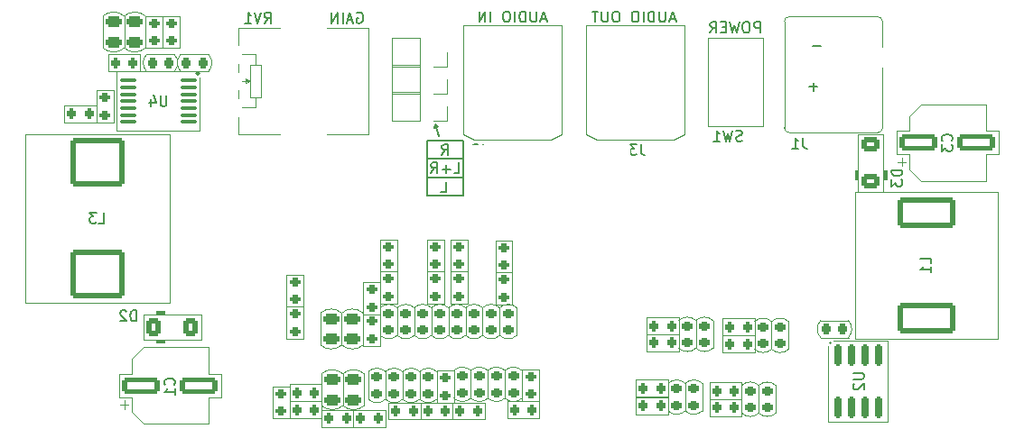
<source format=gbo>
G04 #@! TF.GenerationSoftware,KiCad,Pcbnew,7.0.9-69-ge1c0bddff3*
G04 #@! TF.CreationDate,2024-02-19T13:42:33+01:00*
G04 #@! TF.ProjectId,ASP_Backplane,4153505f-4261-4636-9b70-6c616e652e6b,B*
G04 #@! TF.SameCoordinates,Original*
G04 #@! TF.FileFunction,Legend,Bot*
G04 #@! TF.FilePolarity,Positive*
%FSLAX46Y46*%
G04 Gerber Fmt 4.6, Leading zero omitted, Abs format (unit mm)*
G04 Created by KiCad (PCBNEW 7.0.9-69-ge1c0bddff3) date 2024-02-19 13:42:33*
%MOMM*%
%LPD*%
G01*
G04 APERTURE LIST*
G04 Aperture macros list*
%AMRoundRect*
0 Rectangle with rounded corners*
0 $1 Rounding radius*
0 $2 $3 $4 $5 $6 $7 $8 $9 X,Y pos of 4 corners*
0 Add a 4 corners polygon primitive as box body*
4,1,4,$2,$3,$4,$5,$6,$7,$8,$9,$2,$3,0*
0 Add four circle primitives for the rounded corners*
1,1,$1+$1,$2,$3*
1,1,$1+$1,$4,$5*
1,1,$1+$1,$6,$7*
1,1,$1+$1,$8,$9*
0 Add four rect primitives between the rounded corners*
20,1,$1+$1,$2,$3,$4,$5,0*
20,1,$1+$1,$4,$5,$6,$7,0*
20,1,$1+$1,$6,$7,$8,$9,0*
20,1,$1+$1,$8,$9,$2,$3,0*%
G04 Aperture macros list end*
%ADD10C,0.150000*%
%ADD11C,0.120000*%
%ADD12C,0.200000*%
%ADD13C,0.100000*%
%ADD14C,0.300000*%
%ADD15RoundRect,0.250000X-0.475000X0.250000X-0.475000X-0.250000X0.475000X-0.250000X0.475000X0.250000X0*%
%ADD16C,3.200000*%
%ADD17O,4.000000X1.600000*%
%ADD18O,1.600000X4.000000*%
%ADD19RoundRect,0.250000X-1.500000X-0.550000X1.500000X-0.550000X1.500000X0.550000X-1.500000X0.550000X0*%
%ADD20R,1.700000X1.700000*%
%ADD21O,1.700000X1.700000*%
%ADD22RoundRect,0.225000X0.225000X0.250000X-0.225000X0.250000X-0.225000X-0.250000X0.225000X-0.250000X0*%
%ADD23O,1.800000X1.800000*%
%ADD24R,1.800000X1.800000*%
%ADD25RoundRect,0.150000X-0.150000X0.825000X-0.150000X-0.825000X0.150000X-0.825000X0.150000X0.825000X0*%
%ADD26RoundRect,0.200000X-0.200000X-0.275000X0.200000X-0.275000X0.200000X0.275000X-0.200000X0.275000X0*%
%ADD27RoundRect,0.225000X0.250000X-0.225000X0.250000X0.225000X-0.250000X0.225000X-0.250000X-0.225000X0*%
%ADD28RoundRect,0.200000X-0.275000X0.200000X-0.275000X-0.200000X0.275000X-0.200000X0.275000X0.200000X0*%
%ADD29RoundRect,0.225000X-0.250000X0.225000X-0.250000X-0.225000X0.250000X-0.225000X0.250000X0.225000X0*%
%ADD30RoundRect,0.250000X-0.400000X-0.600000X0.400000X-0.600000X0.400000X0.600000X-0.400000X0.600000X0*%
%ADD31O,1.600000X5.000000*%
%ADD32O,5.000000X1.600000*%
%ADD33RoundRect,0.200000X0.275000X-0.200000X0.275000X0.200000X-0.275000X0.200000X-0.275000X-0.200000X0*%
%ADD34RoundRect,0.200000X0.200000X0.275000X-0.200000X0.275000X-0.200000X-0.275000X0.200000X-0.275000X0*%
%ADD35RoundRect,0.250000X0.475000X-0.250000X0.475000X0.250000X-0.475000X0.250000X-0.475000X-0.250000X0*%
%ADD36RoundRect,0.100000X0.637500X0.100000X-0.637500X0.100000X-0.637500X-0.100000X0.637500X-0.100000X0*%
%ADD37C,4.000000*%
%ADD38C,1.800000*%
%ADD39RoundRect,0.250000X0.600000X-0.400000X0.600000X0.400000X-0.600000X0.400000X-0.600000X-0.400000X0*%
%ADD40O,3.000000X2.000000*%
%ADD41RoundRect,0.250000X2.450000X-1.200000X2.450000X1.200000X-2.450000X1.200000X-2.450000X-1.200000X0*%
%ADD42RoundRect,0.250000X2.250000X-2.000000X2.250000X2.000000X-2.250000X2.000000X-2.250000X-2.000000X0*%
G04 APERTURE END LIST*
D10*
X83700000Y-137200000D02*
X83900000Y-137400000D01*
X83700000Y-137200000D02*
X83600000Y-137500000D01*
X84000000Y-138300000D02*
X83700000Y-137200000D01*
X82900000Y-138700000D02*
X86300000Y-138700000D01*
X86300000Y-143900000D01*
X82900000Y-143900000D01*
X82900000Y-138700000D01*
X82900000Y-140400000D02*
X86300000Y-140400000D01*
X86300000Y-142200000D02*
X82900000Y-142200000D01*
X84290476Y-140054819D02*
X84623809Y-139578628D01*
X84861904Y-140054819D02*
X84861904Y-139054819D01*
X84861904Y-139054819D02*
X84480952Y-139054819D01*
X84480952Y-139054819D02*
X84385714Y-139102438D01*
X84385714Y-139102438D02*
X84338095Y-139150057D01*
X84338095Y-139150057D02*
X84290476Y-139245295D01*
X84290476Y-139245295D02*
X84290476Y-139388152D01*
X84290476Y-139388152D02*
X84338095Y-139483390D01*
X84338095Y-139483390D02*
X84385714Y-139531009D01*
X84385714Y-139531009D02*
X84480952Y-139578628D01*
X84480952Y-139578628D02*
X84861904Y-139578628D01*
X85409523Y-141754819D02*
X85885713Y-141754819D01*
X85885713Y-141754819D02*
X85885713Y-140754819D01*
X85076189Y-141373866D02*
X84314285Y-141373866D01*
X84695237Y-141754819D02*
X84695237Y-140992914D01*
X83266666Y-141754819D02*
X83599999Y-141278628D01*
X83838094Y-141754819D02*
X83838094Y-140754819D01*
X83838094Y-140754819D02*
X83457142Y-140754819D01*
X83457142Y-140754819D02*
X83361904Y-140802438D01*
X83361904Y-140802438D02*
X83314285Y-140850057D01*
X83314285Y-140850057D02*
X83266666Y-140945295D01*
X83266666Y-140945295D02*
X83266666Y-141088152D01*
X83266666Y-141088152D02*
X83314285Y-141183390D01*
X83314285Y-141183390D02*
X83361904Y-141231009D01*
X83361904Y-141231009D02*
X83457142Y-141278628D01*
X83457142Y-141278628D02*
X83838094Y-141278628D01*
X106133332Y-127269104D02*
X105657142Y-127269104D01*
X106228570Y-127554819D02*
X105895237Y-126554819D01*
X105895237Y-126554819D02*
X105561904Y-127554819D01*
X105228570Y-126554819D02*
X105228570Y-127364342D01*
X105228570Y-127364342D02*
X105180951Y-127459580D01*
X105180951Y-127459580D02*
X105133332Y-127507200D01*
X105133332Y-127507200D02*
X105038094Y-127554819D01*
X105038094Y-127554819D02*
X104847618Y-127554819D01*
X104847618Y-127554819D02*
X104752380Y-127507200D01*
X104752380Y-127507200D02*
X104704761Y-127459580D01*
X104704761Y-127459580D02*
X104657142Y-127364342D01*
X104657142Y-127364342D02*
X104657142Y-126554819D01*
X104180951Y-127554819D02*
X104180951Y-126554819D01*
X104180951Y-126554819D02*
X103942856Y-126554819D01*
X103942856Y-126554819D02*
X103799999Y-126602438D01*
X103799999Y-126602438D02*
X103704761Y-126697676D01*
X103704761Y-126697676D02*
X103657142Y-126792914D01*
X103657142Y-126792914D02*
X103609523Y-126983390D01*
X103609523Y-126983390D02*
X103609523Y-127126247D01*
X103609523Y-127126247D02*
X103657142Y-127316723D01*
X103657142Y-127316723D02*
X103704761Y-127411961D01*
X103704761Y-127411961D02*
X103799999Y-127507200D01*
X103799999Y-127507200D02*
X103942856Y-127554819D01*
X103942856Y-127554819D02*
X104180951Y-127554819D01*
X103180951Y-127554819D02*
X103180951Y-126554819D01*
X102514285Y-126554819D02*
X102323809Y-126554819D01*
X102323809Y-126554819D02*
X102228571Y-126602438D01*
X102228571Y-126602438D02*
X102133333Y-126697676D01*
X102133333Y-126697676D02*
X102085714Y-126888152D01*
X102085714Y-126888152D02*
X102085714Y-127221485D01*
X102085714Y-127221485D02*
X102133333Y-127411961D01*
X102133333Y-127411961D02*
X102228571Y-127507200D01*
X102228571Y-127507200D02*
X102323809Y-127554819D01*
X102323809Y-127554819D02*
X102514285Y-127554819D01*
X102514285Y-127554819D02*
X102609523Y-127507200D01*
X102609523Y-127507200D02*
X102704761Y-127411961D01*
X102704761Y-127411961D02*
X102752380Y-127221485D01*
X102752380Y-127221485D02*
X102752380Y-126888152D01*
X102752380Y-126888152D02*
X102704761Y-126697676D01*
X102704761Y-126697676D02*
X102609523Y-126602438D01*
X102609523Y-126602438D02*
X102514285Y-126554819D01*
X100704761Y-126554819D02*
X100514285Y-126554819D01*
X100514285Y-126554819D02*
X100419047Y-126602438D01*
X100419047Y-126602438D02*
X100323809Y-126697676D01*
X100323809Y-126697676D02*
X100276190Y-126888152D01*
X100276190Y-126888152D02*
X100276190Y-127221485D01*
X100276190Y-127221485D02*
X100323809Y-127411961D01*
X100323809Y-127411961D02*
X100419047Y-127507200D01*
X100419047Y-127507200D02*
X100514285Y-127554819D01*
X100514285Y-127554819D02*
X100704761Y-127554819D01*
X100704761Y-127554819D02*
X100799999Y-127507200D01*
X100799999Y-127507200D02*
X100895237Y-127411961D01*
X100895237Y-127411961D02*
X100942856Y-127221485D01*
X100942856Y-127221485D02*
X100942856Y-126888152D01*
X100942856Y-126888152D02*
X100895237Y-126697676D01*
X100895237Y-126697676D02*
X100799999Y-126602438D01*
X100799999Y-126602438D02*
X100704761Y-126554819D01*
X99847618Y-126554819D02*
X99847618Y-127364342D01*
X99847618Y-127364342D02*
X99799999Y-127459580D01*
X99799999Y-127459580D02*
X99752380Y-127507200D01*
X99752380Y-127507200D02*
X99657142Y-127554819D01*
X99657142Y-127554819D02*
X99466666Y-127554819D01*
X99466666Y-127554819D02*
X99371428Y-127507200D01*
X99371428Y-127507200D02*
X99323809Y-127459580D01*
X99323809Y-127459580D02*
X99276190Y-127364342D01*
X99276190Y-127364342D02*
X99276190Y-126554819D01*
X98942856Y-126554819D02*
X98371428Y-126554819D01*
X98657142Y-127554819D02*
X98657142Y-126554819D01*
X114109523Y-128554819D02*
X114109523Y-127554819D01*
X114109523Y-127554819D02*
X113728571Y-127554819D01*
X113728571Y-127554819D02*
X113633333Y-127602438D01*
X113633333Y-127602438D02*
X113585714Y-127650057D01*
X113585714Y-127650057D02*
X113538095Y-127745295D01*
X113538095Y-127745295D02*
X113538095Y-127888152D01*
X113538095Y-127888152D02*
X113585714Y-127983390D01*
X113585714Y-127983390D02*
X113633333Y-128031009D01*
X113633333Y-128031009D02*
X113728571Y-128078628D01*
X113728571Y-128078628D02*
X114109523Y-128078628D01*
X112919047Y-127554819D02*
X112728571Y-127554819D01*
X112728571Y-127554819D02*
X112633333Y-127602438D01*
X112633333Y-127602438D02*
X112538095Y-127697676D01*
X112538095Y-127697676D02*
X112490476Y-127888152D01*
X112490476Y-127888152D02*
X112490476Y-128221485D01*
X112490476Y-128221485D02*
X112538095Y-128411961D01*
X112538095Y-128411961D02*
X112633333Y-128507200D01*
X112633333Y-128507200D02*
X112728571Y-128554819D01*
X112728571Y-128554819D02*
X112919047Y-128554819D01*
X112919047Y-128554819D02*
X113014285Y-128507200D01*
X113014285Y-128507200D02*
X113109523Y-128411961D01*
X113109523Y-128411961D02*
X113157142Y-128221485D01*
X113157142Y-128221485D02*
X113157142Y-127888152D01*
X113157142Y-127888152D02*
X113109523Y-127697676D01*
X113109523Y-127697676D02*
X113014285Y-127602438D01*
X113014285Y-127602438D02*
X112919047Y-127554819D01*
X112157142Y-127554819D02*
X111919047Y-128554819D01*
X111919047Y-128554819D02*
X111728571Y-127840533D01*
X111728571Y-127840533D02*
X111538095Y-128554819D01*
X111538095Y-128554819D02*
X111300000Y-127554819D01*
X110919047Y-128031009D02*
X110585714Y-128031009D01*
X110442857Y-128554819D02*
X110919047Y-128554819D01*
X110919047Y-128554819D02*
X110919047Y-127554819D01*
X110919047Y-127554819D02*
X110442857Y-127554819D01*
X109442857Y-128554819D02*
X109776190Y-128078628D01*
X110014285Y-128554819D02*
X110014285Y-127554819D01*
X110014285Y-127554819D02*
X109633333Y-127554819D01*
X109633333Y-127554819D02*
X109538095Y-127602438D01*
X109538095Y-127602438D02*
X109490476Y-127650057D01*
X109490476Y-127650057D02*
X109442857Y-127745295D01*
X109442857Y-127745295D02*
X109442857Y-127888152D01*
X109442857Y-127888152D02*
X109490476Y-127983390D01*
X109490476Y-127983390D02*
X109538095Y-128031009D01*
X109538095Y-128031009D02*
X109633333Y-128078628D01*
X109633333Y-128078628D02*
X110014285Y-128078628D01*
X84190476Y-143554819D02*
X84666666Y-143554819D01*
X84666666Y-143554819D02*
X84666666Y-142554819D01*
X76328571Y-126702438D02*
X76423809Y-126654819D01*
X76423809Y-126654819D02*
X76566666Y-126654819D01*
X76566666Y-126654819D02*
X76709523Y-126702438D01*
X76709523Y-126702438D02*
X76804761Y-126797676D01*
X76804761Y-126797676D02*
X76852380Y-126892914D01*
X76852380Y-126892914D02*
X76899999Y-127083390D01*
X76899999Y-127083390D02*
X76899999Y-127226247D01*
X76899999Y-127226247D02*
X76852380Y-127416723D01*
X76852380Y-127416723D02*
X76804761Y-127511961D01*
X76804761Y-127511961D02*
X76709523Y-127607200D01*
X76709523Y-127607200D02*
X76566666Y-127654819D01*
X76566666Y-127654819D02*
X76471428Y-127654819D01*
X76471428Y-127654819D02*
X76328571Y-127607200D01*
X76328571Y-127607200D02*
X76280952Y-127559580D01*
X76280952Y-127559580D02*
X76280952Y-127226247D01*
X76280952Y-127226247D02*
X76471428Y-127226247D01*
X75899999Y-127369104D02*
X75423809Y-127369104D01*
X75995237Y-127654819D02*
X75661904Y-126654819D01*
X75661904Y-126654819D02*
X75328571Y-127654819D01*
X74995237Y-127654819D02*
X74995237Y-126654819D01*
X74519047Y-127654819D02*
X74519047Y-126654819D01*
X74519047Y-126654819D02*
X73947619Y-127654819D01*
X73947619Y-127654819D02*
X73947619Y-126654819D01*
X94066665Y-127269104D02*
X93590475Y-127269104D01*
X94161903Y-127554819D02*
X93828570Y-126554819D01*
X93828570Y-126554819D02*
X93495237Y-127554819D01*
X93161903Y-126554819D02*
X93161903Y-127364342D01*
X93161903Y-127364342D02*
X93114284Y-127459580D01*
X93114284Y-127459580D02*
X93066665Y-127507200D01*
X93066665Y-127507200D02*
X92971427Y-127554819D01*
X92971427Y-127554819D02*
X92780951Y-127554819D01*
X92780951Y-127554819D02*
X92685713Y-127507200D01*
X92685713Y-127507200D02*
X92638094Y-127459580D01*
X92638094Y-127459580D02*
X92590475Y-127364342D01*
X92590475Y-127364342D02*
X92590475Y-126554819D01*
X92114284Y-127554819D02*
X92114284Y-126554819D01*
X92114284Y-126554819D02*
X91876189Y-126554819D01*
X91876189Y-126554819D02*
X91733332Y-126602438D01*
X91733332Y-126602438D02*
X91638094Y-126697676D01*
X91638094Y-126697676D02*
X91590475Y-126792914D01*
X91590475Y-126792914D02*
X91542856Y-126983390D01*
X91542856Y-126983390D02*
X91542856Y-127126247D01*
X91542856Y-127126247D02*
X91590475Y-127316723D01*
X91590475Y-127316723D02*
X91638094Y-127411961D01*
X91638094Y-127411961D02*
X91733332Y-127507200D01*
X91733332Y-127507200D02*
X91876189Y-127554819D01*
X91876189Y-127554819D02*
X92114284Y-127554819D01*
X91114284Y-127554819D02*
X91114284Y-126554819D01*
X90447618Y-126554819D02*
X90257142Y-126554819D01*
X90257142Y-126554819D02*
X90161904Y-126602438D01*
X90161904Y-126602438D02*
X90066666Y-126697676D01*
X90066666Y-126697676D02*
X90019047Y-126888152D01*
X90019047Y-126888152D02*
X90019047Y-127221485D01*
X90019047Y-127221485D02*
X90066666Y-127411961D01*
X90066666Y-127411961D02*
X90161904Y-127507200D01*
X90161904Y-127507200D02*
X90257142Y-127554819D01*
X90257142Y-127554819D02*
X90447618Y-127554819D01*
X90447618Y-127554819D02*
X90542856Y-127507200D01*
X90542856Y-127507200D02*
X90638094Y-127411961D01*
X90638094Y-127411961D02*
X90685713Y-127221485D01*
X90685713Y-127221485D02*
X90685713Y-126888152D01*
X90685713Y-126888152D02*
X90638094Y-126697676D01*
X90638094Y-126697676D02*
X90542856Y-126602438D01*
X90542856Y-126602438D02*
X90447618Y-126554819D01*
X88828570Y-127554819D02*
X88828570Y-126554819D01*
X88352380Y-127554819D02*
X88352380Y-126554819D01*
X88352380Y-126554819D02*
X87780952Y-127554819D01*
X87780952Y-127554819D02*
X87780952Y-126554819D01*
X102933333Y-139054819D02*
X102933333Y-139769104D01*
X102933333Y-139769104D02*
X102980952Y-139911961D01*
X102980952Y-139911961D02*
X103076190Y-140007200D01*
X103076190Y-140007200D02*
X103219047Y-140054819D01*
X103219047Y-140054819D02*
X103314285Y-140054819D01*
X102552380Y-139054819D02*
X101933333Y-139054819D01*
X101933333Y-139054819D02*
X102266666Y-139435771D01*
X102266666Y-139435771D02*
X102123809Y-139435771D01*
X102123809Y-139435771D02*
X102028571Y-139483390D01*
X102028571Y-139483390D02*
X101980952Y-139531009D01*
X101980952Y-139531009D02*
X101933333Y-139626247D01*
X101933333Y-139626247D02*
X101933333Y-139864342D01*
X101933333Y-139864342D02*
X101980952Y-139959580D01*
X101980952Y-139959580D02*
X102028571Y-140007200D01*
X102028571Y-140007200D02*
X102123809Y-140054819D01*
X102123809Y-140054819D02*
X102409523Y-140054819D01*
X102409523Y-140054819D02*
X102504761Y-140007200D01*
X102504761Y-140007200D02*
X102552380Y-139959580D01*
X88133333Y-139054819D02*
X88133333Y-139769104D01*
X88133333Y-139769104D02*
X88180952Y-139911961D01*
X88180952Y-139911961D02*
X88276190Y-140007200D01*
X88276190Y-140007200D02*
X88419047Y-140054819D01*
X88419047Y-140054819D02*
X88514285Y-140054819D01*
X87704761Y-139150057D02*
X87657142Y-139102438D01*
X87657142Y-139102438D02*
X87561904Y-139054819D01*
X87561904Y-139054819D02*
X87323809Y-139054819D01*
X87323809Y-139054819D02*
X87228571Y-139102438D01*
X87228571Y-139102438D02*
X87180952Y-139150057D01*
X87180952Y-139150057D02*
X87133333Y-139245295D01*
X87133333Y-139245295D02*
X87133333Y-139340533D01*
X87133333Y-139340533D02*
X87180952Y-139483390D01*
X87180952Y-139483390D02*
X87752380Y-140054819D01*
X87752380Y-140054819D02*
X87133333Y-140054819D01*
X132059580Y-138733333D02*
X132107200Y-138685714D01*
X132107200Y-138685714D02*
X132154819Y-138542857D01*
X132154819Y-138542857D02*
X132154819Y-138447619D01*
X132154819Y-138447619D02*
X132107200Y-138304762D01*
X132107200Y-138304762D02*
X132011961Y-138209524D01*
X132011961Y-138209524D02*
X131916723Y-138161905D01*
X131916723Y-138161905D02*
X131726247Y-138114286D01*
X131726247Y-138114286D02*
X131583390Y-138114286D01*
X131583390Y-138114286D02*
X131392914Y-138161905D01*
X131392914Y-138161905D02*
X131297676Y-138209524D01*
X131297676Y-138209524D02*
X131202438Y-138304762D01*
X131202438Y-138304762D02*
X131154819Y-138447619D01*
X131154819Y-138447619D02*
X131154819Y-138542857D01*
X131154819Y-138542857D02*
X131202438Y-138685714D01*
X131202438Y-138685714D02*
X131250057Y-138733333D01*
X131154819Y-139066667D02*
X131154819Y-139685714D01*
X131154819Y-139685714D02*
X131535771Y-139352381D01*
X131535771Y-139352381D02*
X131535771Y-139495238D01*
X131535771Y-139495238D02*
X131583390Y-139590476D01*
X131583390Y-139590476D02*
X131631009Y-139638095D01*
X131631009Y-139638095D02*
X131726247Y-139685714D01*
X131726247Y-139685714D02*
X131964342Y-139685714D01*
X131964342Y-139685714D02*
X132059580Y-139638095D01*
X132059580Y-139638095D02*
X132107200Y-139590476D01*
X132107200Y-139590476D02*
X132154819Y-139495238D01*
X132154819Y-139495238D02*
X132154819Y-139209524D01*
X132154819Y-139209524D02*
X132107200Y-139114286D01*
X132107200Y-139114286D02*
X132059580Y-139066667D01*
X122854819Y-160538095D02*
X123664342Y-160538095D01*
X123664342Y-160538095D02*
X123759580Y-160585714D01*
X123759580Y-160585714D02*
X123807200Y-160633333D01*
X123807200Y-160633333D02*
X123854819Y-160728571D01*
X123854819Y-160728571D02*
X123854819Y-160919047D01*
X123854819Y-160919047D02*
X123807200Y-161014285D01*
X123807200Y-161014285D02*
X123759580Y-161061904D01*
X123759580Y-161061904D02*
X123664342Y-161109523D01*
X123664342Y-161109523D02*
X122854819Y-161109523D01*
X122950057Y-161538095D02*
X122902438Y-161585714D01*
X122902438Y-161585714D02*
X122854819Y-161680952D01*
X122854819Y-161680952D02*
X122854819Y-161919047D01*
X122854819Y-161919047D02*
X122902438Y-162014285D01*
X122902438Y-162014285D02*
X122950057Y-162061904D01*
X122950057Y-162061904D02*
X123045295Y-162109523D01*
X123045295Y-162109523D02*
X123140533Y-162109523D01*
X123140533Y-162109523D02*
X123283390Y-162061904D01*
X123283390Y-162061904D02*
X123854819Y-161490476D01*
X123854819Y-161490476D02*
X123854819Y-162109523D01*
X55638094Y-155654819D02*
X55638094Y-154654819D01*
X55638094Y-154654819D02*
X55399999Y-154654819D01*
X55399999Y-154654819D02*
X55257142Y-154702438D01*
X55257142Y-154702438D02*
X55161904Y-154797676D01*
X55161904Y-154797676D02*
X55114285Y-154892914D01*
X55114285Y-154892914D02*
X55066666Y-155083390D01*
X55066666Y-155083390D02*
X55066666Y-155226247D01*
X55066666Y-155226247D02*
X55114285Y-155416723D01*
X55114285Y-155416723D02*
X55161904Y-155511961D01*
X55161904Y-155511961D02*
X55257142Y-155607200D01*
X55257142Y-155607200D02*
X55399999Y-155654819D01*
X55399999Y-155654819D02*
X55638094Y-155654819D01*
X54685713Y-154750057D02*
X54638094Y-154702438D01*
X54638094Y-154702438D02*
X54542856Y-154654819D01*
X54542856Y-154654819D02*
X54304761Y-154654819D01*
X54304761Y-154654819D02*
X54209523Y-154702438D01*
X54209523Y-154702438D02*
X54161904Y-154750057D01*
X54161904Y-154750057D02*
X54114285Y-154845295D01*
X54114285Y-154845295D02*
X54114285Y-154940533D01*
X54114285Y-154940533D02*
X54161904Y-155083390D01*
X54161904Y-155083390D02*
X54733332Y-155654819D01*
X54733332Y-155654819D02*
X54114285Y-155654819D01*
X118133333Y-138454819D02*
X118133333Y-139169104D01*
X118133333Y-139169104D02*
X118180952Y-139311961D01*
X118180952Y-139311961D02*
X118276190Y-139407200D01*
X118276190Y-139407200D02*
X118419047Y-139454819D01*
X118419047Y-139454819D02*
X118514285Y-139454819D01*
X117133333Y-139454819D02*
X117704761Y-139454819D01*
X117419047Y-139454819D02*
X117419047Y-138454819D01*
X117419047Y-138454819D02*
X117514285Y-138597676D01*
X117514285Y-138597676D02*
X117609523Y-138692914D01*
X117609523Y-138692914D02*
X117704761Y-138740533D01*
X119019048Y-129826133D02*
X119780953Y-129826133D01*
X118719048Y-133626133D02*
X119480953Y-133626133D01*
X119100000Y-133245180D02*
X119100000Y-134007085D01*
X58461904Y-134454819D02*
X58461904Y-135264342D01*
X58461904Y-135264342D02*
X58414285Y-135359580D01*
X58414285Y-135359580D02*
X58366666Y-135407200D01*
X58366666Y-135407200D02*
X58271428Y-135454819D01*
X58271428Y-135454819D02*
X58080952Y-135454819D01*
X58080952Y-135454819D02*
X57985714Y-135407200D01*
X57985714Y-135407200D02*
X57938095Y-135359580D01*
X57938095Y-135359580D02*
X57890476Y-135264342D01*
X57890476Y-135264342D02*
X57890476Y-134454819D01*
X56985714Y-134788152D02*
X56985714Y-135454819D01*
X57223809Y-134407200D02*
X57461904Y-135121485D01*
X57461904Y-135121485D02*
X56842857Y-135121485D01*
X67645238Y-127654819D02*
X67978571Y-127178628D01*
X68216666Y-127654819D02*
X68216666Y-126654819D01*
X68216666Y-126654819D02*
X67835714Y-126654819D01*
X67835714Y-126654819D02*
X67740476Y-126702438D01*
X67740476Y-126702438D02*
X67692857Y-126750057D01*
X67692857Y-126750057D02*
X67645238Y-126845295D01*
X67645238Y-126845295D02*
X67645238Y-126988152D01*
X67645238Y-126988152D02*
X67692857Y-127083390D01*
X67692857Y-127083390D02*
X67740476Y-127131009D01*
X67740476Y-127131009D02*
X67835714Y-127178628D01*
X67835714Y-127178628D02*
X68216666Y-127178628D01*
X67359523Y-126654819D02*
X67026190Y-127654819D01*
X67026190Y-127654819D02*
X66692857Y-126654819D01*
X65835714Y-127654819D02*
X66407142Y-127654819D01*
X66121428Y-127654819D02*
X66121428Y-126654819D01*
X66121428Y-126654819D02*
X66216666Y-126797676D01*
X66216666Y-126797676D02*
X66311904Y-126892914D01*
X66311904Y-126892914D02*
X66407142Y-126940533D01*
X127454819Y-141461905D02*
X126454819Y-141461905D01*
X126454819Y-141461905D02*
X126454819Y-141700000D01*
X126454819Y-141700000D02*
X126502438Y-141842857D01*
X126502438Y-141842857D02*
X126597676Y-141938095D01*
X126597676Y-141938095D02*
X126692914Y-141985714D01*
X126692914Y-141985714D02*
X126883390Y-142033333D01*
X126883390Y-142033333D02*
X127026247Y-142033333D01*
X127026247Y-142033333D02*
X127216723Y-141985714D01*
X127216723Y-141985714D02*
X127311961Y-141938095D01*
X127311961Y-141938095D02*
X127407200Y-141842857D01*
X127407200Y-141842857D02*
X127454819Y-141700000D01*
X127454819Y-141700000D02*
X127454819Y-141461905D01*
X126454819Y-142366667D02*
X126454819Y-142985714D01*
X126454819Y-142985714D02*
X126835771Y-142652381D01*
X126835771Y-142652381D02*
X126835771Y-142795238D01*
X126835771Y-142795238D02*
X126883390Y-142890476D01*
X126883390Y-142890476D02*
X126931009Y-142938095D01*
X126931009Y-142938095D02*
X127026247Y-142985714D01*
X127026247Y-142985714D02*
X127264342Y-142985714D01*
X127264342Y-142985714D02*
X127359580Y-142938095D01*
X127359580Y-142938095D02*
X127407200Y-142890476D01*
X127407200Y-142890476D02*
X127454819Y-142795238D01*
X127454819Y-142795238D02*
X127454819Y-142509524D01*
X127454819Y-142509524D02*
X127407200Y-142414286D01*
X127407200Y-142414286D02*
X127359580Y-142366667D01*
X112433332Y-138707200D02*
X112290475Y-138754819D01*
X112290475Y-138754819D02*
X112052380Y-138754819D01*
X112052380Y-138754819D02*
X111957142Y-138707200D01*
X111957142Y-138707200D02*
X111909523Y-138659580D01*
X111909523Y-138659580D02*
X111861904Y-138564342D01*
X111861904Y-138564342D02*
X111861904Y-138469104D01*
X111861904Y-138469104D02*
X111909523Y-138373866D01*
X111909523Y-138373866D02*
X111957142Y-138326247D01*
X111957142Y-138326247D02*
X112052380Y-138278628D01*
X112052380Y-138278628D02*
X112242856Y-138231009D01*
X112242856Y-138231009D02*
X112338094Y-138183390D01*
X112338094Y-138183390D02*
X112385713Y-138135771D01*
X112385713Y-138135771D02*
X112433332Y-138040533D01*
X112433332Y-138040533D02*
X112433332Y-137945295D01*
X112433332Y-137945295D02*
X112385713Y-137850057D01*
X112385713Y-137850057D02*
X112338094Y-137802438D01*
X112338094Y-137802438D02*
X112242856Y-137754819D01*
X112242856Y-137754819D02*
X112004761Y-137754819D01*
X112004761Y-137754819D02*
X111861904Y-137802438D01*
X111528570Y-137754819D02*
X111290475Y-138754819D01*
X111290475Y-138754819D02*
X111099999Y-138040533D01*
X111099999Y-138040533D02*
X110909523Y-138754819D01*
X110909523Y-138754819D02*
X110671428Y-137754819D01*
X109766666Y-138754819D02*
X110338094Y-138754819D01*
X110052380Y-138754819D02*
X110052380Y-137754819D01*
X110052380Y-137754819D02*
X110147618Y-137897676D01*
X110147618Y-137897676D02*
X110242856Y-137992914D01*
X110242856Y-137992914D02*
X110338094Y-138040533D01*
X130154819Y-150233333D02*
X130154819Y-149757143D01*
X130154819Y-149757143D02*
X129154819Y-149757143D01*
X130154819Y-151090476D02*
X130154819Y-150519048D01*
X130154819Y-150804762D02*
X129154819Y-150804762D01*
X129154819Y-150804762D02*
X129297676Y-150709524D01*
X129297676Y-150709524D02*
X129392914Y-150614286D01*
X129392914Y-150614286D02*
X129440533Y-150519048D01*
X52116666Y-146454819D02*
X52592856Y-146454819D01*
X52592856Y-146454819D02*
X52592856Y-145454819D01*
X51878570Y-145454819D02*
X51259523Y-145454819D01*
X51259523Y-145454819D02*
X51592856Y-145835771D01*
X51592856Y-145835771D02*
X51449999Y-145835771D01*
X51449999Y-145835771D02*
X51354761Y-145883390D01*
X51354761Y-145883390D02*
X51307142Y-145931009D01*
X51307142Y-145931009D02*
X51259523Y-146026247D01*
X51259523Y-146026247D02*
X51259523Y-146264342D01*
X51259523Y-146264342D02*
X51307142Y-146359580D01*
X51307142Y-146359580D02*
X51354761Y-146407200D01*
X51354761Y-146407200D02*
X51449999Y-146454819D01*
X51449999Y-146454819D02*
X51735713Y-146454819D01*
X51735713Y-146454819D02*
X51830951Y-146407200D01*
X51830951Y-146407200D02*
X51878570Y-146359580D01*
X59159580Y-161633333D02*
X59207200Y-161585714D01*
X59207200Y-161585714D02*
X59254819Y-161442857D01*
X59254819Y-161442857D02*
X59254819Y-161347619D01*
X59254819Y-161347619D02*
X59207200Y-161204762D01*
X59207200Y-161204762D02*
X59111961Y-161109524D01*
X59111961Y-161109524D02*
X59016723Y-161061905D01*
X59016723Y-161061905D02*
X58826247Y-161014286D01*
X58826247Y-161014286D02*
X58683390Y-161014286D01*
X58683390Y-161014286D02*
X58492914Y-161061905D01*
X58492914Y-161061905D02*
X58397676Y-161109524D01*
X58397676Y-161109524D02*
X58302438Y-161204762D01*
X58302438Y-161204762D02*
X58254819Y-161347619D01*
X58254819Y-161347619D02*
X58254819Y-161442857D01*
X58254819Y-161442857D02*
X58302438Y-161585714D01*
X58302438Y-161585714D02*
X58350057Y-161633333D01*
X59254819Y-162585714D02*
X59254819Y-162014286D01*
X59254819Y-162300000D02*
X58254819Y-162300000D01*
X58254819Y-162300000D02*
X58397676Y-162204762D01*
X58397676Y-162204762D02*
X58492914Y-162109524D01*
X58492914Y-162109524D02*
X58540533Y-162014286D01*
D11*
G04 #@! TO.C,C67*
X72900000Y-157900000D02*
X72900000Y-154900000D01*
X74900000Y-154900000D02*
X74900000Y-157900000D01*
X72900000Y-157900000D02*
G75*
G03*
X74900000Y-157900000I1000000J1122254D01*
G01*
X74900000Y-154900000D02*
G75*
G03*
X72900000Y-154900000I-1000000J-1122254D01*
G01*
G04 #@! TO.C,J3*
X106000000Y-138600000D02*
X98800000Y-138600000D01*
X107000000Y-138100000D02*
X106000000Y-138600000D01*
X98800000Y-138600000D02*
X97800000Y-138100000D01*
X97800000Y-127900000D02*
X107000000Y-127900000D01*
X107000000Y-127900000D02*
X107000000Y-138100000D01*
X97800000Y-138100000D02*
X97800000Y-127900000D01*
G04 #@! TO.C,J2*
X95500000Y-127900000D02*
X95500000Y-138100000D01*
X86300000Y-127900000D02*
X95500000Y-127900000D01*
X87300000Y-138600000D02*
X86300000Y-138100000D01*
X86300000Y-138100000D02*
X86300000Y-127900000D01*
X95500000Y-138100000D02*
X94500000Y-138600000D01*
X94500000Y-138600000D02*
X87300000Y-138600000D01*
G04 #@! TO.C,C3*
X126900000Y-140000000D02*
X126900000Y-137800000D01*
X135300000Y-135300000D02*
X135300000Y-137800000D01*
X135300000Y-137800000D02*
X136500000Y-137800000D01*
X136500000Y-140000000D02*
X135300000Y-140000000D01*
X129200000Y-135300000D02*
X135300000Y-135300000D01*
X127006250Y-140700000D02*
X127793750Y-140700000D01*
X128100000Y-136400000D02*
X129200000Y-135300000D01*
X135300000Y-142500000D02*
X129200000Y-142500000D01*
X129200000Y-142500000D02*
X128100000Y-141400000D01*
X136500000Y-137800000D02*
X136500000Y-140000000D01*
X135300000Y-140000000D02*
X135300000Y-142500000D01*
X126900000Y-137800000D02*
X128100000Y-137800000D01*
X127400000Y-141093750D02*
X127400000Y-140306250D01*
X128100000Y-140000000D02*
X126900000Y-140000000D01*
X128100000Y-137800000D02*
X128100000Y-136400000D01*
X128100000Y-141400000D02*
X128100000Y-140000000D01*
G04 #@! TO.C,C24*
X59800000Y-130599998D02*
X62400000Y-130600000D01*
X62400000Y-132200002D02*
X59800000Y-132200000D01*
X59800001Y-130599999D02*
G75*
G03*
X59800001Y-132199999I840223J-800000D01*
G01*
X62399999Y-132200001D02*
G75*
G03*
X62399999Y-130600001I-840223J800000D01*
G01*
D12*
G04 #@! TO.C,U2*
X120763500Y-157700000D02*
G75*
G03*
X120763500Y-157700000I-63500J0D01*
G01*
D11*
X126100000Y-165100000D02*
X120500000Y-165100000D01*
X121000000Y-157500000D02*
X126100000Y-157500000D01*
X120500000Y-165100000D02*
X120500000Y-158000000D01*
X126100000Y-157500000D02*
X126100000Y-165100000D01*
G04 #@! TO.C,R27*
X102500000Y-162800000D02*
X105500000Y-162800000D01*
X105500000Y-162800000D02*
X105500000Y-164400000D01*
X102500000Y-164400000D02*
X102500000Y-162800000D01*
X105500000Y-164400000D02*
X102500000Y-164400000D01*
G04 #@! TO.C,C43*
X91800002Y-160300000D02*
X91800000Y-162900000D01*
X90199998Y-162900000D02*
X90200000Y-160300000D01*
X91800001Y-160300001D02*
G75*
G03*
X90200001Y-160300001I-800000J-840223D01*
G01*
X90199999Y-162899999D02*
G75*
G03*
X91799999Y-162899999I800000J840223D01*
G01*
G04 #@! TO.C,R19*
X90900000Y-154100000D02*
X89300000Y-154100000D01*
X90900000Y-151100000D02*
X90900000Y-154100000D01*
X89300000Y-151100000D02*
X90900000Y-151100000D01*
X89300000Y-154100000D02*
X89300000Y-151100000D01*
G04 #@! TO.C,R16*
X112400000Y-163000000D02*
X109400000Y-163000000D01*
X109400000Y-161400000D02*
X112400000Y-161400000D01*
X112400000Y-161400000D02*
X112400000Y-163000000D01*
X109400000Y-163000000D02*
X109400000Y-161400000D01*
G04 #@! TO.C,C52*
X86500002Y-154400000D02*
X86500000Y-157000000D01*
X84899998Y-157000000D02*
X84900000Y-154400000D01*
X86500001Y-154400001D02*
G75*
G03*
X84900001Y-154400001I-800000J-840223D01*
G01*
X84899999Y-156999999D02*
G75*
G03*
X86499999Y-156999999I800000J840223D01*
G01*
G04 #@! TO.C,R17*
X105500000Y-162764166D02*
X102500000Y-162764166D01*
X102500000Y-162764166D02*
X102500000Y-161164166D01*
X102500000Y-161164166D02*
X105500000Y-161164166D01*
X105500000Y-161164166D02*
X105500000Y-162764166D01*
G04 #@! TO.C,R24*
X73000000Y-161600000D02*
X73000000Y-163200000D01*
X73000000Y-163200000D02*
X70000000Y-163200000D01*
X70000000Y-163200000D02*
X70000000Y-161600000D01*
X70000000Y-161600000D02*
X73000000Y-161600000D01*
G04 #@! TO.C,C62*
X88100002Y-154400000D02*
X88100000Y-157000000D01*
X86499998Y-157000000D02*
X86500000Y-154400000D01*
X86499999Y-156999999D02*
G75*
G03*
X88099999Y-156999999I800000J840223D01*
G01*
X88100001Y-154400001D02*
G75*
G03*
X86500001Y-154400001I-800000J-840223D01*
G01*
G04 #@! TO.C,D2*
X61700000Y-157400000D02*
X56300000Y-157400000D01*
X56300000Y-157400000D02*
X56300000Y-155000000D01*
X61700000Y-155000000D02*
X61700000Y-157400000D01*
X56300000Y-155000000D02*
X61700000Y-155000000D01*
D13*
X58300000Y-155000000D02*
X57500000Y-155000000D01*
X57500000Y-154700000D01*
X58300000Y-154700000D01*
X58300000Y-155000000D01*
G36*
X58300000Y-155000000D02*
G01*
X57500000Y-155000000D01*
X57500000Y-154700000D01*
X58300000Y-154700000D01*
X58300000Y-155000000D01*
G37*
X58300000Y-157700000D02*
X57500000Y-157700000D01*
X57500000Y-157400000D01*
X58300000Y-157400000D01*
X58300000Y-157700000D01*
G36*
X58300000Y-157700000D02*
G01*
X57500000Y-157700000D01*
X57500000Y-157400000D01*
X58300000Y-157400000D01*
X58300000Y-157700000D01*
G37*
D11*
G04 #@! TO.C,C35*
X78999998Y-163000000D02*
X79000000Y-160400000D01*
X80600002Y-160400000D02*
X80600000Y-163000000D01*
X78999999Y-162999999D02*
G75*
G03*
X80599999Y-162999999I800000J840223D01*
G01*
X80600001Y-160400001D02*
G75*
G03*
X79000001Y-160400001I-800000J-840223D01*
G01*
G04 #@! TO.C,R57*
X103500000Y-155300000D02*
X106500000Y-155300000D01*
X106500000Y-156900000D02*
X103500000Y-156900000D01*
X103500000Y-156900000D02*
X103500000Y-155300000D01*
X106500000Y-155300000D02*
X106500000Y-156900000D01*
G04 #@! TO.C,R63*
X69700000Y-154300000D02*
X69700000Y-151300000D01*
X69700000Y-151300000D02*
X71300000Y-151300000D01*
X71300000Y-151300000D02*
X71300000Y-154300000D01*
X71300000Y-154300000D02*
X69700000Y-154300000D01*
G04 #@! TO.C,R49*
X85100000Y-151000000D02*
X86700000Y-151000000D01*
X86700000Y-151000000D02*
X86700000Y-154000000D01*
X85100000Y-154000000D02*
X85100000Y-151000000D01*
X86700000Y-154000000D02*
X85100000Y-154000000D01*
G04 #@! TO.C,R55*
X51900000Y-134000000D02*
X53500000Y-134000000D01*
X53500000Y-134000000D02*
X53500000Y-137000000D01*
X51900000Y-137000000D02*
X51900000Y-134000000D01*
X53500000Y-137000000D02*
X51900000Y-137000000D01*
G04 #@! TO.C,C30*
X108700002Y-161500000D02*
X108700000Y-164100000D01*
X107099998Y-164100000D02*
X107100000Y-161500000D01*
X107099999Y-164099999D02*
G75*
G03*
X108699999Y-164099999I800000J840223D01*
G01*
X108700001Y-161500001D02*
G75*
G03*
X107100001Y-161500001I-800000J-840223D01*
G01*
G04 #@! TO.C,J1*
X125600000Y-127500000D02*
X125600000Y-129900000D01*
X116850000Y-137950000D02*
X125150000Y-137950000D01*
X116400000Y-127500000D02*
X116400000Y-137500000D01*
X125600000Y-137500000D02*
X125600000Y-131800000D01*
X125150000Y-127050000D02*
X116850000Y-127050000D01*
X125600000Y-127500000D02*
G75*
G03*
X125150000Y-127050000I-450000J0D01*
G01*
X116850000Y-127050000D02*
G75*
G03*
X116400000Y-127500000I0J-450000D01*
G01*
X116400000Y-137500000D02*
G75*
G03*
X116850000Y-137950000I450000J0D01*
G01*
X125150000Y-137950000D02*
G75*
G03*
X125600000Y-137500000I0J450000D01*
G01*
G04 #@! TO.C,R46*
X110600000Y-158600000D02*
X110600000Y-157000000D01*
X113600000Y-158600000D02*
X110600000Y-158600000D01*
X110600000Y-157000000D02*
X113600000Y-157000000D01*
X113600000Y-157000000D02*
X113600000Y-158600000D01*
G04 #@! TO.C,R35*
X58100000Y-127000000D02*
X58100000Y-130000000D01*
X56500000Y-130000000D02*
X56500000Y-127000000D01*
X56500000Y-127000000D02*
X58100000Y-127000000D01*
X58100000Y-130000000D02*
X56500000Y-130000000D01*
G04 #@! TO.C,R62*
X82300000Y-163300000D02*
X85300000Y-163300000D01*
X85300000Y-163300000D02*
X85300000Y-164900000D01*
X85300000Y-164900000D02*
X82300000Y-164900000D01*
X82300000Y-164900000D02*
X82300000Y-163300000D01*
G04 #@! TO.C,R30*
X93400000Y-164800000D02*
X90400000Y-164800000D01*
X93400000Y-163200000D02*
X93400000Y-164800000D01*
X90400000Y-164800000D02*
X90400000Y-163200000D01*
X90400000Y-163200000D02*
X93400000Y-163200000D01*
G04 #@! TO.C,C42*
X89699998Y-157000000D02*
X89700000Y-154400000D01*
X91300002Y-154400000D02*
X91300000Y-157000000D01*
X91300001Y-154400001D02*
G75*
G03*
X89700001Y-154400001I-800000J-840223D01*
G01*
X89699999Y-156999999D02*
G75*
G03*
X91299999Y-156999999I800000J840223D01*
G01*
G04 #@! TO.C,R45*
X56000000Y-132200000D02*
X53000000Y-132200000D01*
X53000000Y-132200000D02*
X53000000Y-130600000D01*
X56000000Y-130600000D02*
X56000000Y-132200000D01*
X53000000Y-130600000D02*
X56000000Y-130600000D01*
G04 #@! TO.C,R32*
X79000000Y-164000000D02*
X79000000Y-165600000D01*
X79000000Y-165600000D02*
X76000000Y-165600000D01*
X76000000Y-165600000D02*
X76000000Y-164000000D01*
X76000000Y-164000000D02*
X79000000Y-164000000D01*
G04 #@! TO.C,R53*
X71300000Y-154300000D02*
X71300000Y-157300000D01*
X69700000Y-154300000D02*
X71300000Y-154300000D01*
X71300000Y-157300000D02*
X69700000Y-157300000D01*
X69700000Y-157300000D02*
X69700000Y-154300000D01*
G04 #@! TO.C,R20*
X91800000Y-163200000D02*
X91800000Y-160200000D01*
X91800000Y-160200000D02*
X93400000Y-160200000D01*
X93400000Y-163200000D02*
X91800000Y-163200000D01*
X93400000Y-160200000D02*
X93400000Y-163200000D01*
G04 #@! TO.C,R34*
X70000000Y-164800000D02*
X70000000Y-163200000D01*
X73000000Y-164800000D02*
X70000000Y-164800000D01*
X73000000Y-163200000D02*
X73000000Y-164800000D01*
X70000000Y-163200000D02*
X73000000Y-163200000D01*
G04 #@! TO.C,R31*
X82900000Y-151000000D02*
X82900000Y-148000000D01*
X84500000Y-151000000D02*
X82900000Y-151000000D01*
X84500000Y-148000000D02*
X84500000Y-151000000D01*
X82900000Y-148000000D02*
X84500000Y-148000000D01*
G04 #@! TO.C,C37*
X75000000Y-160600000D02*
X75000000Y-163600000D01*
X73000000Y-163600000D02*
X73000000Y-160600000D01*
X73000000Y-163600000D02*
G75*
G03*
X75000000Y-163600000I1000000J1122254D01*
G01*
X75000000Y-160600000D02*
G75*
G03*
X73000000Y-160600000I-1000000J-1122254D01*
G01*
G04 #@! TO.C,U4*
X53800000Y-132200000D02*
X61000000Y-132200000D01*
X61600000Y-137800000D02*
X53800000Y-137800000D01*
X53800000Y-137800000D02*
X53800000Y-132200000D01*
X61600000Y-132800000D02*
X61600000Y-137800000D01*
D14*
X61463500Y-132400000D02*
G75*
G03*
X61463500Y-132400000I-63500J0D01*
G01*
D11*
G04 #@! TO.C,C54*
X78499998Y-157000000D02*
X78500000Y-154400000D01*
X80100002Y-154400000D02*
X80100000Y-157000000D01*
X80100001Y-154400001D02*
G75*
G03*
X78500001Y-154400001I-800000J-840223D01*
G01*
X78499999Y-156999999D02*
G75*
G03*
X80099999Y-156999999I800000J840223D01*
G01*
G04 #@! TO.C,C48*
X54500000Y-127000000D02*
X54500000Y-130000000D01*
X52500000Y-130000000D02*
X52500000Y-127000000D01*
X54500000Y-127000000D02*
G75*
G03*
X52500000Y-127000000I-1000000J-1122254D01*
G01*
X52500000Y-130000000D02*
G75*
G03*
X54500000Y-130000000I1000000J1122254D01*
G01*
G04 #@! TO.C,R26*
X109400000Y-163000000D02*
X112400000Y-163000000D01*
X109400000Y-164600000D02*
X109400000Y-163000000D01*
X112400000Y-163000000D02*
X112400000Y-164600000D01*
X112400000Y-164600000D02*
X109400000Y-164600000D01*
G04 #@! TO.C,R64*
X78500000Y-155000000D02*
X76900000Y-155000000D01*
X76900000Y-152000000D02*
X78500000Y-152000000D01*
X78500000Y-152000000D02*
X78500000Y-155000000D01*
X76900000Y-155000000D02*
X76900000Y-152000000D01*
G04 #@! TO.C,RV1*
X66800000Y-135600000D02*
X65550000Y-135600000D01*
X77420000Y-138121000D02*
X77420000Y-128080000D01*
X73484000Y-138121000D02*
X77420000Y-138121000D01*
X65180000Y-132229000D02*
X65180000Y-131470000D01*
X66800000Y-134600000D02*
X66800000Y-135600000D01*
X66800000Y-130600000D02*
X65550000Y-130600000D01*
X65180000Y-134729000D02*
X65180000Y-133970000D01*
X65180000Y-128080000D02*
X69117000Y-128080000D01*
X65180000Y-138121000D02*
X69117000Y-138121000D01*
X65180000Y-129730000D02*
X65180000Y-128080000D01*
X66300000Y-133100000D02*
X65550000Y-133100000D01*
X73484000Y-128080000D02*
X77420000Y-128080000D01*
X66800000Y-131600000D02*
X66800000Y-130600000D01*
X65180000Y-138121000D02*
X65180000Y-136471000D01*
X66300000Y-134600000D02*
X67300000Y-134600000D01*
X67300000Y-134600000D02*
X67300000Y-131600000D01*
X67300000Y-131600000D02*
X66300000Y-131600000D01*
X66300000Y-131600000D02*
X66300000Y-134600000D01*
X66300000Y-133100000D02*
X65925000Y-133300000D01*
X65925000Y-132900000D01*
X66300000Y-133100000D01*
G36*
X66300000Y-133100000D02*
G01*
X65925000Y-133300000D01*
X65925000Y-132900000D01*
X66300000Y-133100000D01*
G37*
G04 #@! TO.C,R29*
X89300000Y-151100000D02*
X89300000Y-148100000D01*
X90900000Y-151100000D02*
X89300000Y-151100000D01*
X89300000Y-148100000D02*
X90900000Y-148100000D01*
X90900000Y-148100000D02*
X90900000Y-151100000D01*
G04 #@! TO.C,D3*
X123300000Y-143500000D02*
X123300000Y-138100000D01*
X125700000Y-143500000D02*
X123300000Y-143500000D01*
X125700000Y-138100000D02*
X125700000Y-143500000D01*
X123300000Y-138100000D02*
X125700000Y-138100000D01*
D13*
X126000000Y-142300000D02*
X125700000Y-142300000D01*
X125700000Y-141500000D01*
X126000000Y-141500000D01*
X126000000Y-142300000D01*
G36*
X126000000Y-142300000D02*
G01*
X125700000Y-142300000D01*
X125700000Y-141500000D01*
X126000000Y-141500000D01*
X126000000Y-142300000D01*
G37*
X123300000Y-142300000D02*
X123000000Y-142300000D01*
X123000000Y-141500000D01*
X123300000Y-141500000D01*
X123300000Y-142300000D01*
G36*
X123300000Y-142300000D02*
G01*
X123000000Y-142300000D01*
X123000000Y-141500000D01*
X123300000Y-141500000D01*
X123300000Y-142300000D01*
G37*
D11*
G04 #@! TO.C,C5*
X122400000Y-157200002D02*
X119800000Y-157200000D01*
X119800000Y-155599998D02*
X122400000Y-155600000D01*
X122399999Y-157200001D02*
G75*
G03*
X122399999Y-155600001I-840223J800000D01*
G01*
X119800001Y-155599999D02*
G75*
G03*
X119800001Y-157199999I840223J-800000D01*
G01*
G04 #@! TO.C,C25*
X56600000Y-130599998D02*
X59200000Y-130600000D01*
X59200000Y-132200002D02*
X56600000Y-132200000D01*
X59199999Y-132200001D02*
G75*
G03*
X59199999Y-130600001I-840223J800000D01*
G01*
X56600001Y-130599999D02*
G75*
G03*
X56600001Y-132199999I840223J-800000D01*
G01*
G04 #@! TO.C,R51*
X78500000Y-154000000D02*
X78500000Y-151000000D01*
X80100000Y-154000000D02*
X78500000Y-154000000D01*
X78500000Y-151000000D02*
X80100000Y-151000000D01*
X80100000Y-151000000D02*
X80100000Y-154000000D01*
G04 #@! TO.C,C50*
X108100002Y-155600000D02*
X108100000Y-158200000D01*
X106499998Y-158200000D02*
X106500000Y-155600000D01*
X108100001Y-155600001D02*
G75*
G03*
X106500001Y-155600001I-800000J-840223D01*
G01*
X106499999Y-158199999D02*
G75*
G03*
X108099999Y-158199999I800000J840223D01*
G01*
G04 #@! TO.C,C38*
X56500000Y-127000000D02*
X56500000Y-130000000D01*
X54500000Y-130000000D02*
X54500000Y-127000000D01*
X54500000Y-130000000D02*
G75*
G03*
X56500000Y-130000000I1000000J1122254D01*
G01*
X56500000Y-127000000D02*
G75*
G03*
X54500000Y-127000000I-1000000J-1122254D01*
G01*
G04 #@! TO.C,R47*
X106500000Y-156900000D02*
X106500000Y-158500000D01*
X103500000Y-158500000D02*
X103500000Y-156900000D01*
X106500000Y-158500000D02*
X103500000Y-158500000D01*
X103500000Y-156900000D02*
X106500000Y-156900000D01*
G04 #@! TO.C,C65*
X80599998Y-163000000D02*
X80600000Y-160400000D01*
X82200002Y-160400000D02*
X82200000Y-163000000D01*
X82200001Y-160400001D02*
G75*
G03*
X80600001Y-160400001I-800000J-840223D01*
G01*
X80599999Y-162999999D02*
G75*
G03*
X82199999Y-162999999I800000J840223D01*
G01*
G04 #@! TO.C,JP3*
X84805000Y-134290000D02*
X84805000Y-132960000D01*
X82205000Y-131630000D02*
X79605000Y-131630000D01*
X79605000Y-134290000D02*
X79605000Y-131630000D01*
X82205000Y-134290000D02*
X79605000Y-134290000D01*
X83475000Y-134290000D02*
X84805000Y-134290000D01*
X82205000Y-134290000D02*
X82205000Y-131630000D01*
G04 #@! TO.C,R25*
X59700000Y-127000000D02*
X59700000Y-130000000D01*
X58100000Y-127000000D02*
X59700000Y-127000000D01*
X58100000Y-130000000D02*
X58100000Y-127000000D01*
X59700000Y-130000000D02*
X58100000Y-130000000D01*
G04 #@! TO.C,R22*
X73000000Y-164000000D02*
X76000000Y-164000000D01*
X76000000Y-164000000D02*
X76000000Y-165600000D01*
X73000000Y-165600000D02*
X73000000Y-164000000D01*
X76000000Y-165600000D02*
X73000000Y-165600000D01*
G04 #@! TO.C,C33*
X90200002Y-160300000D02*
X90200000Y-162900000D01*
X88599998Y-162900000D02*
X88600000Y-160300000D01*
X90200001Y-160300001D02*
G75*
G03*
X88600001Y-160300001I-800000J-840223D01*
G01*
X88599999Y-162899999D02*
G75*
G03*
X90199999Y-162899999I800000J840223D01*
G01*
G04 #@! TO.C,C47*
X75000000Y-163600000D02*
X75000000Y-160600000D01*
X77000000Y-160600000D02*
X77000000Y-163600000D01*
X77000000Y-160600000D02*
G75*
G03*
X75000000Y-160600000I-1000000J-1122254D01*
G01*
X75000000Y-163600000D02*
G75*
G03*
X77000000Y-163600000I1000000J1122254D01*
G01*
G04 #@! TO.C,C39*
X114000002Y-161700000D02*
X114000000Y-164300000D01*
X112399998Y-164300000D02*
X112400000Y-161700000D01*
X112399999Y-164299999D02*
G75*
G03*
X113999999Y-164299999I800000J840223D01*
G01*
X114000001Y-161700001D02*
G75*
G03*
X112400001Y-161700001I-800000J-840223D01*
G01*
G04 #@! TO.C,R52*
X79300000Y-164900000D02*
X79300000Y-163300000D01*
X82300000Y-164900000D02*
X79300000Y-164900000D01*
X82300000Y-163300000D02*
X82300000Y-164900000D01*
X79300000Y-163300000D02*
X82300000Y-163300000D01*
G04 #@! TO.C,C59*
X116800002Y-155700000D02*
X116800000Y-158300000D01*
X115199998Y-158300000D02*
X115200000Y-155700000D01*
X115199999Y-158299999D02*
G75*
G03*
X116799999Y-158299999I800000J840223D01*
G01*
X116800001Y-155700001D02*
G75*
G03*
X115200001Y-155700001I-800000J-840223D01*
G01*
G04 #@! TO.C,C49*
X115200002Y-155700000D02*
X115200000Y-158300000D01*
X113599998Y-158300000D02*
X113600000Y-155700000D01*
X115200001Y-155700001D02*
G75*
G03*
X113600001Y-155700001I-800000J-840223D01*
G01*
X113599999Y-158299999D02*
G75*
G03*
X115199999Y-158299999I800000J840223D01*
G01*
G04 #@! TO.C,R54*
X78500000Y-155000000D02*
X78500000Y-158000000D01*
X76900000Y-158000000D02*
X76900000Y-155000000D01*
X76900000Y-155000000D02*
X78500000Y-155000000D01*
X78500000Y-158000000D02*
X76900000Y-158000000D01*
G04 #@! TO.C,SW1*
X114403500Y-129072500D02*
X109196500Y-129072500D01*
X109196500Y-129072500D02*
X109196500Y-137327500D01*
X109196500Y-137327500D02*
X114403500Y-137327500D01*
X114403500Y-137327500D02*
X114403500Y-129072500D01*
G04 #@! TO.C,C34*
X81699998Y-157000000D02*
X81700000Y-154400000D01*
X83300002Y-154400000D02*
X83300000Y-157000000D01*
X83300001Y-154400001D02*
G75*
G03*
X81700001Y-154400001I-800000J-840223D01*
G01*
X81699999Y-156999999D02*
G75*
G03*
X83299999Y-156999999I800000J840223D01*
G01*
G04 #@! TO.C,C32*
X89700002Y-154400000D02*
X89700000Y-157000000D01*
X88099998Y-157000000D02*
X88100000Y-154400000D01*
X89700001Y-154400001D02*
G75*
G03*
X88100001Y-154400001I-800000J-840223D01*
G01*
X88099999Y-156999999D02*
G75*
G03*
X89699999Y-156999999I800000J840223D01*
G01*
G04 #@! TO.C,C55*
X82199998Y-163000000D02*
X82200000Y-160400000D01*
X83800002Y-160400000D02*
X83800000Y-163000000D01*
X82199999Y-162999999D02*
G75*
G03*
X83799999Y-162999999I800000J840223D01*
G01*
X83800001Y-160400001D02*
G75*
G03*
X82200001Y-160400001I-800000J-840223D01*
G01*
G04 #@! TO.C,R56*
X110600000Y-155400000D02*
X113600000Y-155400000D01*
X113600000Y-157000000D02*
X110600000Y-157000000D01*
X113600000Y-155400000D02*
X113600000Y-157000000D01*
X110600000Y-157000000D02*
X110600000Y-155400000D01*
G04 #@! TO.C,C60*
X108099998Y-158200000D02*
X108100000Y-155600000D01*
X109700002Y-155600000D02*
X109700000Y-158200000D01*
X108099999Y-158199999D02*
G75*
G03*
X109699999Y-158199999I800000J840223D01*
G01*
X109700001Y-155600001D02*
G75*
G03*
X108100001Y-155600001I-800000J-840223D01*
G01*
G04 #@! TO.C,C40*
X107100002Y-161500000D02*
X107100000Y-164100000D01*
X105499998Y-164100000D02*
X105500000Y-161500000D01*
X105499999Y-164099999D02*
G75*
G03*
X107099999Y-164099999I800000J840223D01*
G01*
X107100001Y-161500001D02*
G75*
G03*
X105500001Y-161500001I-800000J-840223D01*
G01*
G04 #@! TO.C,C44*
X84900002Y-154400000D02*
X84900000Y-157000000D01*
X83299998Y-157000000D02*
X83300000Y-154400000D01*
X84900001Y-154400001D02*
G75*
G03*
X83300001Y-154400001I-800000J-840223D01*
G01*
X83299999Y-156999999D02*
G75*
G03*
X84899999Y-156999999I800000J840223D01*
G01*
G04 #@! TO.C,R50*
X85300000Y-163300000D02*
X88300000Y-163300000D01*
X85300000Y-164900000D02*
X85300000Y-163300000D01*
X88300000Y-164900000D02*
X85300000Y-164900000D01*
X88300000Y-163300000D02*
X88300000Y-164900000D01*
G04 #@! TO.C,R65*
X51900000Y-137000000D02*
X48900000Y-137000000D01*
X51900000Y-135400000D02*
X51900000Y-137000000D01*
X48900000Y-135400000D02*
X51900000Y-135400000D01*
X48900000Y-137000000D02*
X48900000Y-135400000D01*
G04 #@! TO.C,C64*
X81700002Y-154400000D02*
X81700000Y-157000000D01*
X80099998Y-157000000D02*
X80100000Y-154400000D01*
X81700001Y-154400001D02*
G75*
G03*
X80100001Y-154400001I-800000J-840223D01*
G01*
X80099999Y-156999999D02*
G75*
G03*
X81699999Y-156999999I800000J840223D01*
G01*
G04 #@! TO.C,C57*
X76900000Y-154900000D02*
X76900000Y-157900000D01*
X74900000Y-157900000D02*
X74900000Y-154900000D01*
X76900000Y-154900000D02*
G75*
G03*
X74900000Y-154900000I-1000000J-1122254D01*
G01*
X74900000Y-157900000D02*
G75*
G03*
X76900000Y-157900000I1000000J1122254D01*
G01*
G04 #@! TO.C,L1*
X123000000Y-157300000D02*
X129700000Y-157300000D01*
X129700000Y-157300000D02*
X136400000Y-157300000D01*
X136400000Y-157300000D02*
X136400000Y-143500000D01*
X136400000Y-143500000D02*
X123000000Y-143500000D01*
X123000000Y-143500000D02*
X123000000Y-157300000D01*
G04 #@! TO.C,L3*
X52000000Y-153900000D02*
X58800000Y-153900000D01*
X58800000Y-153900000D02*
X58800000Y-138100000D01*
X45200000Y-138100000D02*
X45200000Y-153900000D01*
X45200000Y-153900000D02*
X52000000Y-153900000D01*
X58800000Y-138100000D02*
X45200000Y-138100000D01*
G04 #@! TO.C,R60*
X83800000Y-163300000D02*
X83800000Y-160300000D01*
X83800000Y-160300000D02*
X85400000Y-160300000D01*
X85400000Y-163300000D02*
X83800000Y-163300000D01*
X85400000Y-160300000D02*
X85400000Y-163300000D01*
G04 #@! TO.C,C29*
X113999998Y-164300000D02*
X114000000Y-161700000D01*
X115600002Y-161700000D02*
X115600000Y-164300000D01*
X113999999Y-164299999D02*
G75*
G03*
X115599999Y-164299999I800000J840223D01*
G01*
X115600001Y-161700001D02*
G75*
G03*
X114000001Y-161700001I-800000J-840223D01*
G01*
G04 #@! TO.C,C1*
X54106250Y-163500000D02*
X54893750Y-163500000D01*
X63600000Y-160600000D02*
X63600000Y-162800000D01*
X56300000Y-158100000D02*
X62400000Y-158100000D01*
X54500000Y-163893750D02*
X54500000Y-163106250D01*
X54000000Y-160600000D02*
X55200000Y-160600000D01*
X62400000Y-158100000D02*
X62400000Y-160600000D01*
X63600000Y-162800000D02*
X62400000Y-162800000D01*
X55200000Y-162800000D02*
X54000000Y-162800000D01*
X62400000Y-165300000D02*
X56300000Y-165300000D01*
X56300000Y-165300000D02*
X55200000Y-164200000D01*
X55200000Y-160600000D02*
X55200000Y-159200000D01*
X62400000Y-162800000D02*
X62400000Y-165300000D01*
X54000000Y-162800000D02*
X54000000Y-160600000D01*
X55200000Y-159200000D02*
X56300000Y-158100000D01*
X62400000Y-160600000D02*
X63600000Y-160600000D01*
X55200000Y-164200000D02*
X55200000Y-162800000D01*
G04 #@! TO.C,R21*
X84500000Y-151000000D02*
X84500000Y-154000000D01*
X82900000Y-154000000D02*
X82900000Y-151000000D01*
X82900000Y-151000000D02*
X84500000Y-151000000D01*
X84500000Y-154000000D02*
X82900000Y-154000000D01*
G04 #@! TO.C,R59*
X85100000Y-151000000D02*
X85100000Y-148000000D01*
X86700000Y-151000000D02*
X85100000Y-151000000D01*
X86700000Y-148000000D02*
X86700000Y-151000000D01*
X85100000Y-148000000D02*
X86700000Y-148000000D01*
G04 #@! TO.C,C45*
X77399998Y-163000000D02*
X77400000Y-160400000D01*
X79000002Y-160400000D02*
X79000000Y-163000000D01*
X77399999Y-162999999D02*
G75*
G03*
X78999999Y-162999999I800000J840223D01*
G01*
X79000001Y-160400001D02*
G75*
G03*
X77400001Y-160400001I-800000J-840223D01*
G01*
G04 #@! TO.C,JP2*
X83475000Y-136830000D02*
X84805000Y-136830000D01*
X79605000Y-136830000D02*
X79605000Y-134170000D01*
X82205000Y-136830000D02*
X79605000Y-136830000D01*
X84805000Y-136830000D02*
X84805000Y-135500000D01*
X82205000Y-134170000D02*
X79605000Y-134170000D01*
X82205000Y-136830000D02*
X82205000Y-134170000D01*
G04 #@! TO.C,JP1*
X82205000Y-131750000D02*
X79605000Y-131750000D01*
X82205000Y-131750000D02*
X82205000Y-129090000D01*
X79605000Y-131750000D02*
X79605000Y-129090000D01*
X84805000Y-131750000D02*
X84805000Y-130420000D01*
X82205000Y-129090000D02*
X79605000Y-129090000D01*
X83475000Y-131750000D02*
X84805000Y-131750000D01*
G04 #@! TO.C,R61*
X78500000Y-151000000D02*
X78500000Y-148000000D01*
X80100000Y-148000000D02*
X80100000Y-151000000D01*
X78500000Y-148000000D02*
X80100000Y-148000000D01*
X80100000Y-151000000D02*
X78500000Y-151000000D01*
G04 #@! TO.C,R23*
X68400000Y-161800000D02*
X70000000Y-161800000D01*
X70000000Y-164800000D02*
X68400000Y-164800000D01*
X68400000Y-164800000D02*
X68400000Y-161800000D01*
X70000000Y-161800000D02*
X70000000Y-164800000D01*
G04 #@! TO.C,C53*
X87000002Y-160300000D02*
X87000000Y-162900000D01*
X85399998Y-162900000D02*
X85400000Y-160300000D01*
X85399999Y-162899999D02*
G75*
G03*
X86999999Y-162899999I800000J840223D01*
G01*
X87000001Y-160300001D02*
G75*
G03*
X85400001Y-160300001I-800000J-840223D01*
G01*
G04 #@! TO.C,C63*
X88600002Y-160300000D02*
X88600000Y-162900000D01*
X86999998Y-162900000D02*
X87000000Y-160300000D01*
X86999999Y-162899999D02*
G75*
G03*
X88599999Y-162899999I800000J840223D01*
G01*
X88600001Y-160300001D02*
G75*
G03*
X87000001Y-160300001I-800000J-840223D01*
G01*
G04 #@! TD*
%LPC*%
D15*
G04 #@! TO.C,C67*
X73900000Y-155450000D03*
X73900000Y-157350000D03*
G04 #@! TD*
D16*
G04 #@! TO.C,REF\u002A\u002A*
X49000000Y-131000000D03*
G04 #@! TD*
G04 #@! TO.C,REF\u002A\u002A*
X130000000Y-161000000D03*
G04 #@! TD*
G04 #@! TO.C,REF\u002A\u002A*
X130000000Y-131000000D03*
G04 #@! TD*
G04 #@! TO.C,*
X66000000Y-158000000D03*
G04 #@! TD*
D17*
G04 #@! TO.C,J3*
X102400000Y-137300000D03*
D18*
X98900000Y-134100000D03*
X105900000Y-134100000D03*
D17*
X102400000Y-129200000D03*
G04 #@! TD*
G04 #@! TO.C,J2*
X90900000Y-137300000D03*
D18*
X87400000Y-134100000D03*
X94400000Y-134100000D03*
D17*
X90900000Y-129200000D03*
G04 #@! TD*
D19*
G04 #@! TO.C,C3*
X129000000Y-138900000D03*
X134400000Y-138900000D03*
G04 #@! TD*
D20*
G04 #@! TO.C,J10*
X81325000Y-140000000D03*
D21*
X81325000Y-142540000D03*
X81325000Y-145080000D03*
X81325000Y-147620000D03*
X81325000Y-150160000D03*
X81325000Y-152700000D03*
G04 #@! TD*
D20*
G04 #@! TO.C,J9*
X87925000Y-140000000D03*
D21*
X87925000Y-142540000D03*
X87925000Y-145080000D03*
X87925000Y-147620000D03*
X87925000Y-150160000D03*
X87925000Y-152700000D03*
G04 #@! TD*
D20*
G04 #@! TO.C,J7*
X101125000Y-140000000D03*
D21*
X101125000Y-142540000D03*
X101125000Y-145080000D03*
X101125000Y-147620000D03*
X101125000Y-150160000D03*
X101125000Y-152700000D03*
G04 #@! TD*
D20*
G04 #@! TO.C,J12*
X68125000Y-140000000D03*
D21*
X68125000Y-142540000D03*
X68125000Y-145080000D03*
X68125000Y-147620000D03*
X68125000Y-150160000D03*
X68125000Y-152700000D03*
G04 #@! TD*
D20*
G04 #@! TO.C,J13*
X61525000Y-140000000D03*
D21*
X61525000Y-142540000D03*
X61525000Y-145080000D03*
X61525000Y-147620000D03*
X61525000Y-150160000D03*
X61525000Y-152700000D03*
G04 #@! TD*
D20*
G04 #@! TO.C,J6*
X107725000Y-140000000D03*
D21*
X107725000Y-142540000D03*
X107725000Y-145080000D03*
X107725000Y-147620000D03*
X107725000Y-150160000D03*
X107725000Y-152700000D03*
G04 #@! TD*
D20*
G04 #@! TO.C,J11*
X74725000Y-140000000D03*
D21*
X74725000Y-142540000D03*
X74725000Y-145080000D03*
X74725000Y-147620000D03*
X74725000Y-150160000D03*
X74725000Y-152700000D03*
G04 #@! TD*
D20*
G04 #@! TO.C,J5*
X114325000Y-140000000D03*
D21*
X114325000Y-142540000D03*
X114325000Y-145080000D03*
X114325000Y-147620000D03*
X114325000Y-150160000D03*
X114325000Y-152700000D03*
G04 #@! TD*
D20*
G04 #@! TO.C,J8*
X94525000Y-140000000D03*
D21*
X94525000Y-142540000D03*
X94525000Y-145080000D03*
X94525000Y-147620000D03*
X94525000Y-150160000D03*
X94525000Y-152700000D03*
G04 #@! TD*
D22*
G04 #@! TO.C,C24*
X61875000Y-131400000D03*
X60325000Y-131400000D03*
G04 #@! TD*
D20*
G04 #@! TO.C,J4*
X120925000Y-140000000D03*
D21*
X120925000Y-142540000D03*
X120925000Y-145080000D03*
X120925000Y-147620000D03*
X120925000Y-150160000D03*
X120925000Y-152700000D03*
G04 #@! TD*
D23*
G04 #@! TO.C,U3*
X47100000Y-157350000D03*
X48800000Y-161050000D03*
X50500000Y-157350000D03*
X52200000Y-161050000D03*
D24*
X53900000Y-157350000D03*
G04 #@! TD*
D25*
G04 #@! TO.C,U2*
X121395000Y-163775000D03*
X122665000Y-163775000D03*
X123935000Y-163775000D03*
X125205000Y-163775000D03*
X125205000Y-158825000D03*
X123935000Y-158825000D03*
X122665000Y-158825000D03*
X121395000Y-158825000D03*
G04 #@! TD*
D26*
G04 #@! TO.C,R27*
X103175000Y-163600000D03*
X104825000Y-163600000D03*
G04 #@! TD*
D27*
G04 #@! TO.C,C43*
X91000000Y-162375000D03*
X91000000Y-160825000D03*
G04 #@! TD*
D28*
G04 #@! TO.C,R19*
X90100000Y-151775000D03*
X90100000Y-153425000D03*
G04 #@! TD*
D26*
G04 #@! TO.C,R16*
X110075000Y-162200000D03*
X111725000Y-162200000D03*
G04 #@! TD*
D29*
G04 #@! TO.C,C52*
X85700000Y-154925000D03*
X85700000Y-156475000D03*
G04 #@! TD*
D26*
G04 #@! TO.C,R17*
X103175000Y-161964166D03*
X104825000Y-161964166D03*
G04 #@! TD*
G04 #@! TO.C,R24*
X70675000Y-162400000D03*
X72325000Y-162400000D03*
G04 #@! TD*
D29*
G04 #@! TO.C,C62*
X87300000Y-154925000D03*
X87300000Y-156475000D03*
G04 #@! TD*
D30*
G04 #@! TO.C,D2*
X57250000Y-156200000D03*
X60750000Y-156200000D03*
G04 #@! TD*
D27*
G04 #@! TO.C,C35*
X79800000Y-162475000D03*
X79800000Y-160925000D03*
G04 #@! TD*
D26*
G04 #@! TO.C,R57*
X104175000Y-156100000D03*
X105825000Y-156100000D03*
G04 #@! TD*
D28*
G04 #@! TO.C,R63*
X70500000Y-151975000D03*
X70500000Y-153625000D03*
G04 #@! TD*
G04 #@! TO.C,R49*
X85900000Y-151675000D03*
X85900000Y-153325000D03*
G04 #@! TD*
G04 #@! TO.C,R55*
X52700000Y-134675000D03*
X52700000Y-136325000D03*
G04 #@! TD*
D27*
G04 #@! TO.C,C30*
X107900000Y-163575000D03*
X107900000Y-162025000D03*
G04 #@! TD*
D31*
G04 #@! TO.C,J1*
X117500000Y-133650000D03*
D32*
X119800000Y-128350000D03*
X123500000Y-130850000D03*
G04 #@! TD*
D26*
G04 #@! TO.C,R46*
X111275000Y-157800000D03*
X112925000Y-157800000D03*
G04 #@! TD*
D33*
G04 #@! TO.C,R35*
X57300000Y-129325000D03*
X57300000Y-127675000D03*
G04 #@! TD*
D34*
G04 #@! TO.C,R62*
X84625000Y-164100000D03*
X82975000Y-164100000D03*
G04 #@! TD*
G04 #@! TO.C,R30*
X92725000Y-164000000D03*
X91075000Y-164000000D03*
G04 #@! TD*
D29*
G04 #@! TO.C,C42*
X90500000Y-154925000D03*
X90500000Y-156475000D03*
G04 #@! TD*
D34*
G04 #@! TO.C,R45*
X55325000Y-131400000D03*
X53675000Y-131400000D03*
G04 #@! TD*
G04 #@! TO.C,R32*
X78325000Y-164800000D03*
X76675000Y-164800000D03*
G04 #@! TD*
D33*
G04 #@! TO.C,R53*
X70500000Y-156625000D03*
X70500000Y-154975000D03*
G04 #@! TD*
D28*
G04 #@! TO.C,R20*
X92600000Y-160875000D03*
X92600000Y-162525000D03*
G04 #@! TD*
D26*
G04 #@! TO.C,R34*
X70675000Y-164000000D03*
X72325000Y-164000000D03*
G04 #@! TD*
D28*
G04 #@! TO.C,R31*
X83700000Y-148675000D03*
X83700000Y-150325000D03*
G04 #@! TD*
D35*
G04 #@! TO.C,C37*
X74000000Y-163050000D03*
X74000000Y-161150000D03*
G04 #@! TD*
D36*
G04 #@! TO.C,U4*
X60562500Y-133050000D03*
X60562500Y-133700000D03*
X60562500Y-134350000D03*
X60562500Y-135000000D03*
X60562500Y-135650000D03*
X60562500Y-136300000D03*
X60562500Y-136950000D03*
X54837500Y-136950000D03*
X54837500Y-136300000D03*
X54837500Y-135650000D03*
X54837500Y-135000000D03*
X54837500Y-134350000D03*
X54837500Y-133700000D03*
X54837500Y-133050000D03*
G04 #@! TD*
D29*
G04 #@! TO.C,C54*
X79300000Y-154925000D03*
X79300000Y-156475000D03*
G04 #@! TD*
D15*
G04 #@! TO.C,C48*
X53500000Y-127550000D03*
X53500000Y-129450000D03*
G04 #@! TD*
D26*
G04 #@! TO.C,R26*
X110075000Y-163800000D03*
X111725000Y-163800000D03*
G04 #@! TD*
D28*
G04 #@! TO.C,R64*
X77700000Y-152675000D03*
X77700000Y-154325000D03*
G04 #@! TD*
D37*
G04 #@! TO.C,RV1*
X71300000Y-128700000D03*
X71300000Y-137500000D03*
D38*
X64300000Y-130600000D03*
X64300000Y-133100000D03*
X64300000Y-135600000D03*
G04 #@! TD*
D28*
G04 #@! TO.C,R29*
X90100000Y-148775000D03*
X90100000Y-150425000D03*
G04 #@! TD*
D39*
G04 #@! TO.C,D3*
X124500000Y-142550000D03*
X124500000Y-139050000D03*
G04 #@! TD*
D22*
G04 #@! TO.C,C5*
X121875000Y-156400000D03*
X120325000Y-156400000D03*
G04 #@! TD*
G04 #@! TO.C,C25*
X58675000Y-131400000D03*
X57125000Y-131400000D03*
G04 #@! TD*
D28*
G04 #@! TO.C,R51*
X79300000Y-151675000D03*
X79300000Y-153325000D03*
G04 #@! TD*
D29*
G04 #@! TO.C,C50*
X107300000Y-156125000D03*
X107300000Y-157675000D03*
G04 #@! TD*
D15*
G04 #@! TO.C,C38*
X55500000Y-127550000D03*
X55500000Y-129450000D03*
G04 #@! TD*
D26*
G04 #@! TO.C,R47*
X104175000Y-157700000D03*
X105825000Y-157700000D03*
G04 #@! TD*
D27*
G04 #@! TO.C,C65*
X81400000Y-162475000D03*
X81400000Y-160925000D03*
G04 #@! TD*
D20*
G04 #@! TO.C,JP3*
X83475000Y-132960000D03*
D21*
X80935000Y-132960000D03*
G04 #@! TD*
D33*
G04 #@! TO.C,R25*
X58900000Y-129325000D03*
X58900000Y-127675000D03*
G04 #@! TD*
D26*
G04 #@! TO.C,R22*
X73675000Y-164800000D03*
X75325000Y-164800000D03*
G04 #@! TD*
D27*
G04 #@! TO.C,C33*
X89400000Y-162375000D03*
X89400000Y-160825000D03*
G04 #@! TD*
D35*
G04 #@! TO.C,C47*
X76000000Y-163050000D03*
X76000000Y-161150000D03*
G04 #@! TD*
D27*
G04 #@! TO.C,C39*
X113200000Y-163775000D03*
X113200000Y-162225000D03*
G04 #@! TD*
D26*
G04 #@! TO.C,R52*
X79975000Y-164100000D03*
X81625000Y-164100000D03*
G04 #@! TD*
D29*
G04 #@! TO.C,C59*
X116000000Y-156225000D03*
X116000000Y-157775000D03*
G04 #@! TD*
G04 #@! TO.C,C49*
X114400000Y-156225000D03*
X114400000Y-157775000D03*
G04 #@! TD*
D33*
G04 #@! TO.C,R54*
X77700000Y-157325000D03*
X77700000Y-155675000D03*
G04 #@! TD*
D40*
G04 #@! TO.C,SW1*
X111800000Y-130660000D03*
X111800000Y-133200000D03*
X111800000Y-135740000D03*
G04 #@! TD*
D29*
G04 #@! TO.C,C34*
X82500000Y-154925000D03*
X82500000Y-156475000D03*
G04 #@! TD*
G04 #@! TO.C,C32*
X88900000Y-154925000D03*
X88900000Y-156475000D03*
G04 #@! TD*
D27*
G04 #@! TO.C,C55*
X83000000Y-162475000D03*
X83000000Y-160925000D03*
G04 #@! TD*
D26*
G04 #@! TO.C,R56*
X111275000Y-156200000D03*
X112925000Y-156200000D03*
G04 #@! TD*
D29*
G04 #@! TO.C,C60*
X108900000Y-156125000D03*
X108900000Y-157675000D03*
G04 #@! TD*
D27*
G04 #@! TO.C,C40*
X106300000Y-163575000D03*
X106300000Y-162025000D03*
G04 #@! TD*
D29*
G04 #@! TO.C,C44*
X84100000Y-154925000D03*
X84100000Y-156475000D03*
G04 #@! TD*
D34*
G04 #@! TO.C,R50*
X87625000Y-164100000D03*
X85975000Y-164100000D03*
G04 #@! TD*
D26*
G04 #@! TO.C,R65*
X49575000Y-136200000D03*
X51225000Y-136200000D03*
G04 #@! TD*
D29*
G04 #@! TO.C,C64*
X80900000Y-154925000D03*
X80900000Y-156475000D03*
G04 #@! TD*
D15*
G04 #@! TO.C,C57*
X75900000Y-155450000D03*
X75900000Y-157350000D03*
G04 #@! TD*
D41*
G04 #@! TO.C,L1*
X129700000Y-145450000D03*
X129700000Y-155350000D03*
G04 #@! TD*
D42*
G04 #@! TO.C,L3*
X52000000Y-151250000D03*
X52000000Y-140750000D03*
G04 #@! TD*
D33*
G04 #@! TO.C,R60*
X84600000Y-162625000D03*
X84600000Y-160975000D03*
G04 #@! TD*
D27*
G04 #@! TO.C,C29*
X114800000Y-163775000D03*
X114800000Y-162225000D03*
G04 #@! TD*
D19*
G04 #@! TO.C,C1*
X56100000Y-161700000D03*
X61500000Y-161700000D03*
G04 #@! TD*
D28*
G04 #@! TO.C,R21*
X83700000Y-151675000D03*
X83700000Y-153325000D03*
G04 #@! TD*
G04 #@! TO.C,R59*
X85900000Y-148675000D03*
X85900000Y-150325000D03*
G04 #@! TD*
D27*
G04 #@! TO.C,C45*
X78200000Y-162475000D03*
X78200000Y-160925000D03*
G04 #@! TD*
D20*
G04 #@! TO.C,JP2*
X83475000Y-135500000D03*
D21*
X80935000Y-135500000D03*
G04 #@! TD*
D20*
G04 #@! TO.C,JP1*
X83475000Y-130420000D03*
D21*
X80935000Y-130420000D03*
G04 #@! TD*
D28*
G04 #@! TO.C,R61*
X79300000Y-148675000D03*
X79300000Y-150325000D03*
G04 #@! TD*
G04 #@! TO.C,R23*
X69200000Y-162475000D03*
X69200000Y-164125000D03*
G04 #@! TD*
D27*
G04 #@! TO.C,C53*
X86200000Y-162375000D03*
X86200000Y-160825000D03*
G04 #@! TD*
G04 #@! TO.C,C63*
X87800000Y-162375000D03*
X87800000Y-160825000D03*
G04 #@! TD*
%LPD*%
M02*

</source>
